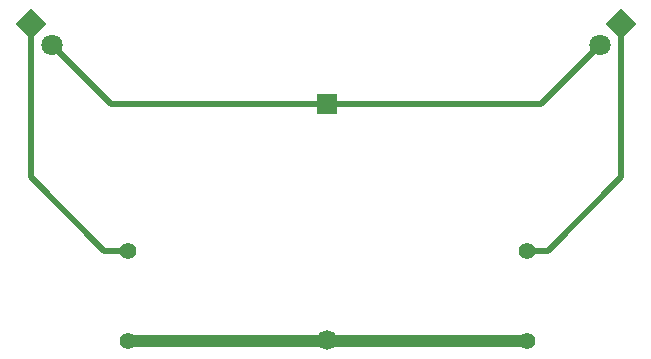
<source format=gbl>
%TF.GenerationSoftware,KiCad,Pcbnew,(6.0.11)*%
%TF.CreationDate,2023-10-05T20:18:07-05:00*%
%TF.ProjectId,BSidesDFW_2023_Badge,42536964-6573-4444-9657-5f323032335f,1*%
%TF.SameCoordinates,Original*%
%TF.FileFunction,Copper,L2,Bot*%
%TF.FilePolarity,Positive*%
%FSLAX46Y46*%
G04 Gerber Fmt 4.6, Leading zero omitted, Abs format (unit mm)*
G04 Created by KiCad (PCBNEW (6.0.11)) date 2023-10-05 20:18:07*
%MOMM*%
%LPD*%
G01*
G04 APERTURE LIST*
G04 Aperture macros list*
%AMRotRect*
0 Rectangle, with rotation*
0 The origin of the aperture is its center*
0 $1 length*
0 $2 width*
0 $3 Rotation angle, in degrees counterclockwise*
0 Add horizontal line*
21,1,$1,$2,0,0,$3*%
G04 Aperture macros list end*
%TA.AperFunction,ComponentPad*%
%ADD10R,1.700000X1.700000*%
%TD*%
%TA.AperFunction,ComponentPad*%
%ADD11C,1.700000*%
%TD*%
%TA.AperFunction,ComponentPad*%
%ADD12RotRect,1.800000X1.800000X315.000000*%
%TD*%
%TA.AperFunction,ComponentPad*%
%ADD13C,1.800000*%
%TD*%
%TA.AperFunction,ComponentPad*%
%ADD14C,1.400000*%
%TD*%
%TA.AperFunction,ComponentPad*%
%ADD15RotRect,1.800000X1.800000X225.000000*%
%TD*%
%TA.AperFunction,Conductor*%
%ADD16C,0.500000*%
%TD*%
%TA.AperFunction,Conductor*%
%ADD17C,1.000000*%
%TD*%
G04 APERTURE END LIST*
D10*
X115127000Y-112800000D03*
D11*
X115127000Y-132800000D03*
D12*
X90000000Y-106000000D03*
D13*
X91796051Y-107796051D03*
D14*
X132000000Y-125190000D03*
X132000000Y-132810000D03*
X98250000Y-125190000D03*
X98250000Y-132810000D03*
D15*
X140000000Y-106000000D03*
D13*
X138203949Y-107796051D03*
D16*
X132000000Y-125190000D02*
X133810000Y-125190000D01*
X133810000Y-125190000D02*
X140000000Y-119000000D01*
X140000000Y-119000000D02*
X140000000Y-106000000D01*
D17*
X115117000Y-132810000D02*
X115127000Y-132800000D01*
X98250000Y-132810000D02*
X115117000Y-132810000D01*
X132000000Y-132810000D02*
X115137000Y-132810000D01*
X115137000Y-132810000D02*
X115127000Y-132800000D01*
D16*
X96190000Y-125190000D02*
X90000000Y-119000000D01*
X90000000Y-119000000D02*
X90000000Y-106000000D01*
X98250000Y-125190000D02*
X96190000Y-125190000D01*
X96800000Y-112800000D02*
X91796051Y-107796051D01*
X133200000Y-112800000D02*
X138203949Y-107796051D01*
X115127000Y-112800000D02*
X133200000Y-112800000D01*
X115127000Y-112800000D02*
X96800000Y-112800000D01*
M02*

</source>
